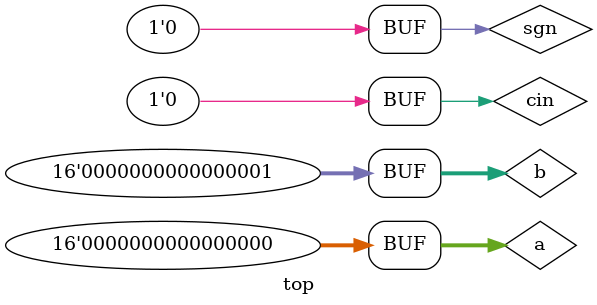
<source format=v>

module top ;

// reg [16:1] a;
// reg [16:1] b;

reg [15:0] a;
reg [15:0] b;
reg cin;
reg sgn;
	// Outputs
// wire [16:1] sum;
// wire [16:1] carry1;
// wire [16:0][1:0]carry;
wire [16:0] ans1;

// RCA16bit m1(a,b,cin,sum,cout);
doubling_recursion m2(a,b,cin,ans1,sgn);

initial
begin


    a = 16'b0000000000000000;b=16'b0000000000000000;cin = 1'b0;#10;sgn = 1;
    a = 16'b0000000000000001;b=16'b0000000000000000;cin = 1'b0;#10;sgn = 1;
     a = 16'b0000000000000011;b=16'b0000000000000011;cin = 1'b0; #10;sgn = 1;
     a = 16'b0000000000001011;b=16'b0000000000000111;cin = 1'b0; #10;sgn = 1;
     a = 16'b0000001100001111;b=16'b0000000000001111;cin = 1'b0; #10;sgn = 1;
    // a = 16'd12;b=16'd24;cin = 1'b1; #10;sgn = 1;
    a = 16'b0000001100001111;b=16'b0000000000101111;cin = 1'b0; #10;sgn = 1;
    a = 16'b0000001100001111;b=16'b0000000010001011;cin = 1'b0; #10;sgn = 1;
    a = 16'b0000001100001111;b=16'b0000000000011101;cin = 1'b0; #10;sgn = 1;
    a = 16'b0000001100001111;b=16'b0000000001001111;cin = 1'b0; #10;sgn = 1;
    a = 16'b0000000001010110;b=16'b0000000001011101;cin = 1'b0; #10;sgn = 1;
    a = 16'd5560;b=16'd8101;cin = 1'b0; #10;sgn = 0;
    a = 16'd61560;b=16'd60101;cin = 1'b0; #10;sgn = 0;
    a = 16'd65536;b=16'd65537;cin = 1'b0; #10;sgn = 0;

    // b = !b;


end

initial
begin
// $monitor("time = %2d,")
$monitor("time = %2d,  cin=%d, a=%d, b=%d, Ans=%b", $time,cin,a, b,ans1);
$dumpfile("doubling.vcd");
$dumpvars(0,top);
end

endmodule

</source>
